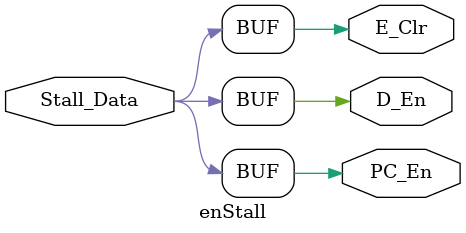
<source format=v>
`timescale 1ns / 1ps
`include "macro.v"
//ÒòÎª¿ÉÄÜ¼ÈÔÝÍ£ÓÖÒªjrÌø×ª£¬ÔòÔÝÍ£µÄÓÅÏÈ¼¶¸ßÒ»Ð©
//ÔÝÍ££¬Çå³ýE¼Ä´æÆ÷Öµ£¬¶³½áPC¡¢D¼¶
//Branch³É¹¦Ê±£¬½«D¼Ä´æÆ÷ÇåÁã£¨EÒ²¿ÉÒÔÇåÁã£¬ÒòÎªbeqµÈºóÃæ²»ÄÜÊ¶±ð£©
module enStall(
	input Stall_Data,
	output PC_En,
	output D_En,
	output E_Clr
    );
	
	assign PC_En = Stall_Data;
	assign D_En	 = Stall_Data;
	assign E_Clr = Stall_Data;


endmodule

</source>
